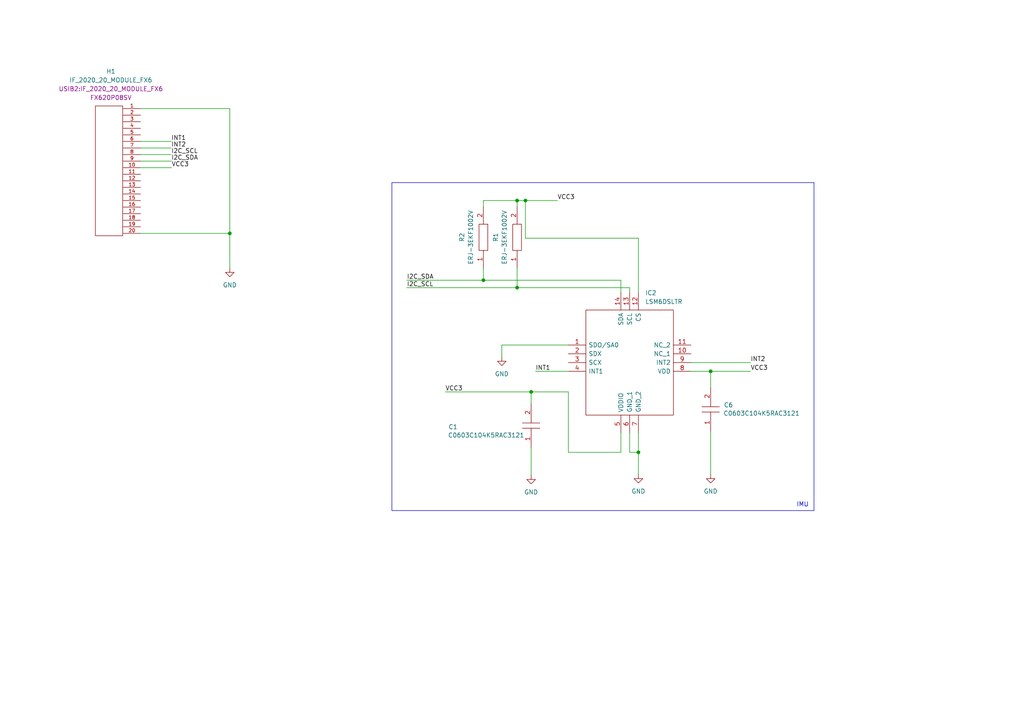
<source format=kicad_sch>
(kicad_sch (version 20230121) (generator eeschema)
  (paper "A4")
  (lib_symbols
    (symbol "SamacSys_Parts:C0603C104K5RAC3121" (pin_names (offset 0.762))
      (property "Reference" "C" (at 8.89 6.35 0))
      (property "Value" "C0603C104K5RAC3121" (at 8.89 3.81 0))
      (symbol "C0603C104K5RAC3121_0_0"
        (pin passive line (at 0 0 0) (length 5.08) (name "~") (number "1"))
        (pin passive line (at 12.7 0 180) (length 5.08) (name "~") (number "2"))
      )
      (symbol "C0603C104K5RAC3121_0_1"
        (polyline (pts (xy 5.08 0) (xy 5.588 0)) (stroke (width 0.1524)))
        (polyline (pts (xy 5.588 2.54) (xy 5.588 -2.54)) (stroke (width 0.1524)))
        (polyline (pts (xy 7.112 0) (xy 7.62 0)) (stroke (width 0.1524)))
        (polyline (pts (xy 7.112 2.54) (xy 7.112 -2.54)) (stroke (width 0.1524)))
      )
    )
    (symbol "SamacSys_Parts:ERJ-3EKF1002V" (pin_names (offset 0.762))
      (property "Reference" "R" (at 13.97 6.35 0))
      (property "Value" "ERJ-3EKF1002V" (at 13.97 3.81 0))
      (symbol "ERJ-3EKF1002V_0_0"
        (pin passive line (at 0 0 0) (length 5.08) (name "~") (number "1"))
        (pin passive line (at 17.78 0 180) (length 5.08) (name "~") (number "2"))
      )
      (symbol "ERJ-3EKF1002V_0_1"
        (polyline (pts (xy 5.08 1.27) (xy 12.7 1.27) (xy 12.7 -1.27) (xy 5.08 -1.27) (xy 5.08 1.27)) (stroke (width 0.1524)))
      )
    )
    (symbol "SamacSys_Parts:LSM6DSLTR" (pin_names (offset 0.762))
      (property "Reference" "IC" (at 31.75 15.24 0))
      (property "Value" "LSM6DSLTR" (at 31.75 12.7 0))
      (symbol "LSM6DSLTR_0_0"
        (pin passive line (at 0 0 0) (length 5.08) (name "SDO/SA0") (number "1"))
        (pin passive line (at 35.56 -2.54 180) (length 5.08) (name "NC_1") (number "10"))
        (pin passive line (at 35.56 0 180) (length 5.08) (name "NC_2") (number "11"))
        (pin passive line (at 20.32 15.24 270) (length 5.08) (name "CS") (number "12"))
        (pin passive line (at 17.78 15.24 270) (length 5.08) (name "SCL") (number "13"))
        (pin passive line (at 15.24 15.24 270) (length 5.08) (name "SDA") (number "14"))
        (pin passive line (at 0 -2.54 0) (length 5.08) (name "SDX") (number "2"))
        (pin passive line (at 0 -5.08 0) (length 5.08) (name "SCX") (number "3"))
        (pin passive line (at 0 -7.62 0) (length 5.08) (name "INT1") (number "4"))
        (pin passive line (at 15.24 -25.4 90) (length 5.08) (name "VDDIO") (number "5"))
        (pin passive line (at 17.78 -25.4 90) (length 5.08) (name "GND_1") (number "6"))
        (pin passive line (at 20.32 -25.4 90) (length 5.08) (name "GND_2") (number "7"))
        (pin passive line (at 35.56 -7.62 180) (length 5.08) (name "VDD") (number "8"))
        (pin passive line (at 35.56 -5.08 180) (length 5.08) (name "INT2") (number "9"))
      )
      (symbol "LSM6DSLTR_0_1"
        (polyline (pts (xy 5.08 10.16) (xy 30.48 10.16) (xy 30.48 -20.32) (xy 5.08 -20.32) (xy 5.08 10.16)) (stroke (width 0.1524)))
      )
    )
    (symbol "USIB2:IF_2020_20_MODULE_FX6"
      (property "Reference" "H" (at -20.5232 -7.2644 0))
      (property "Value" "IF_2020_20_MODULE_FX6" (at -9.144 -9.8552 0))
      (property "Footprint" "USIB2:IF_2020_20_MODULE_FX6" (at -6.096 -15.113 0))
      (property "Connector" "FX620P08SV" (at -15.113 -17.272 0))
      (symbol "IF_2020_20_MODULE_FX6_0_1"
        (rectangle (start -18.796 0) (end 18.8468 -7.9248))
      )
      (symbol "IF_2020_20_MODULE_FX6_1_1"
        (pin passive line (at -18.034 5.1816 270) (length 5) (name "") (number "1"))
        (pin passive line (at -0.889 5.1816 270) (length 5) (name "") (number "10"))
        (pin passive line (at 1.016 5.1816 270) (length 5) (name "") (number "11"))
        (pin passive line (at 2.921 5.1816 270) (length 5) (name "") (number "12"))
        (pin passive line (at 4.826 5.1816 270) (length 5) (name "") (number "13"))
        (pin passive line (at 6.731 5.1816 270) (length 5) (name "") (number "14"))
        (pin passive line (at 8.636 5.1816 270) (length 5) (name "") (number "15"))
        (pin passive line (at 10.541 5.1816 270) (length 5) (name "") (number "16"))
        (pin passive line (at 12.446 5.1816 270) (length 5) (name "") (number "17"))
        (pin passive line (at 14.351 5.1816 270) (length 5) (name "") (number "18"))
        (pin passive line (at 16.256 5.1816 270) (length 5) (name "") (number "19"))
        (pin passive line (at -16.129 5.1816 270) (length 5) (name "") (number "2"))
        (pin passive line (at 18.161 5.1816 270) (length 5) (name "") (number "20"))
        (pin passive line (at -14.224 5.1816 270) (length 5) (name "") (number "3"))
        (pin passive line (at -12.319 5.1816 270) (length 5) (name "") (number "4"))
        (pin passive line (at -10.414 5.1816 270) (length 5) (name "") (number "5"))
        (pin passive line (at -8.509 5.1816 270) (length 5) (name "") (number "6"))
        (pin passive line (at -6.604 5.1816 270) (length 5) (name "") (number "7"))
        (pin passive line (at -4.699 5.1816 270) (length 5) (name "") (number "8"))
        (pin passive line (at -2.794 5.1816 270) (length 5) (name "") (number "9"))
      )
    )
    (symbol "power:GND" (power) (pin_names (offset 0))
      (property "Value" "GND" (at 0 -3.81 0))
      (symbol "GND_0_1"
        (polyline (pts (xy 0 0) (xy 0 -1.27) (xy 1.27 -1.27) (xy 0 -2.54) (xy -1.27 -1.27) (xy 0 -1.27)))
      )
      (symbol "GND_1_1"
        (pin power_in line (at 0 0 270) (length 0) hide (name "GND") (number "1"))
      )
    )
  )
  (junction (at 206.121 107.696))
  (junction (at 152.4 58.166))
  (junction (at 149.987 83.439))
  (junction (at 185.166 131.191))
  (junction (at 154.051 113.665))
  (junction (at 140.208 81.28))
  (junction (at 66.6496 67.691))
  (junction (at 149.987 58.166))
  (wire (pts (xy 140.208 58.166) (xy 149.987 58.166)))
  (wire (pts (xy 200.406 105.156) (xy 217.678 105.156)))
  (wire (pts (xy 180.086 81.28) (xy 140.208 81.28)))
  (wire (pts (xy 164.846 113.665) (xy 164.846 131.191)))
  (wire (pts (xy 185.166 69.088) (xy 152.4 69.088)))
  (wire (pts (xy 129.159 113.665) (xy 154.051 113.665)))
  (wire (pts (xy 164.846 131.191) (xy 180.086 131.191)))
  (wire (pts (xy 145.542 100.076) (xy 145.542 103.505)))
  (wire (pts (xy 182.626 125.476) (xy 182.626 131.191)))
  (wire (pts (xy 206.121 125.095) (xy 206.121 137.541)))
  (wire (pts (xy 140.208 58.166) (xy 140.208 59.944)))
  (wire (pts (xy 180.086 84.836) (xy 180.086 81.28)))
  (wire (pts (xy 149.987 77.724) (xy 149.987 83.439)))
  (wire (pts (xy 140.208 81.28) (xy 117.983 81.28)))
  (wire (pts (xy 40.767 44.831) (xy 49.657 44.831)))
  (wire (pts (xy 40.767 67.691) (xy 66.6496 67.691)))
  (wire (pts (xy 66.6496 31.496) (xy 66.6496 67.691)))
  (wire (pts (xy 206.121 107.696) (xy 206.121 112.395)))
  (wire (pts (xy 40.767 46.736) (xy 49.657 46.736)))
  (wire (pts (xy 180.086 125.476) (xy 180.086 131.191)))
  (wire (pts (xy 182.626 131.191) (xy 185.166 131.191)))
  (wire (pts (xy 182.626 83.439) (xy 182.626 84.836)))
  (wire (pts (xy 164.846 100.076) (xy 145.542 100.076)))
  (wire (pts (xy 154.051 113.665) (xy 164.846 113.665)))
  (wire (pts (xy 66.7766 67.691) (xy 66.6496 67.691)))
  (wire (pts (xy 152.4 58.166) (xy 161.671 58.166)))
  (wire (pts (xy 182.626 83.439) (xy 149.987 83.439)))
  (wire (pts (xy 140.208 77.724) (xy 140.208 81.28)))
  (wire (pts (xy 200.406 107.696) (xy 206.121 107.696)))
  (wire (pts (xy 40.767 31.496) (xy 66.6496 31.496)))
  (wire (pts (xy 185.166 84.836) (xy 185.166 69.088)))
  (wire (pts (xy 185.166 131.191) (xy 185.166 137.541)))
  (wire (pts (xy 185.166 125.476) (xy 185.166 131.191)))
  (wire (pts (xy 40.767 48.641) (xy 49.7586 48.641)))
  (wire (pts (xy 154.051 113.665) (xy 154.051 117.094)))
  (wire (pts (xy 149.987 58.166) (xy 152.4 58.166)))
  (wire (pts (xy 152.4 69.088) (xy 152.4 58.166)))
  (wire (pts (xy 149.987 83.439) (xy 117.983 83.439)))
  (wire (pts (xy 40.767 42.926) (xy 49.657 42.926)))
  (wire (pts (xy 164.846 107.696) (xy 155.321 107.696)))
  (wire (pts (xy 66.6496 67.691) (xy 66.6496 77.724)))
  (wire (pts (xy 149.987 59.944) (xy 149.987 58.166)))
  (wire (pts (xy 154.051 129.794) (xy 154.051 137.795)))
  (wire (pts (xy 206.121 107.696) (xy 217.678 107.696)))
  (wire (pts (xy 40.767 41.021) (xy 49.657 41.021)))
  (rectangle (start 113.665 52.959) (end 236.093 148.082))
  (text "IMU" (at 231.013 147.193 0) (effects (font (size 1.27 1.27)) (justify left bottom)))
  (label "I2C_SDA" (at 117.983 81.28 0))
  (label "VCC3" (at 161.671 58.166 0))
  (label "VCC3" (at 129.159 113.665 0))
  (label "INT1" (at 155.321 107.696 0))
  (label "I2C_SDA" (at 49.657 46.736 0))
  (label "INT1" (at 49.657 41.021 0))
  (label "INT2" (at 49.657 42.926 0))
  (label "I2C_SCL" (at 117.983 83.439 0))
  (label "INT2" (at 217.678 105.156 0))
  (label "I2C_SCL" (at 49.657 44.831 0))
  (label "VCC3" (at 49.7586 48.641 0))
  (label "VCC3" (at 217.678 107.696 0))
  (symbol (lib_id "SamacSys_Parts:C0603C104K5RAC3121") (at 154.051 129.794 90) (unit 1)
    (property "Reference" "C1" (at 130.048 123.825 90) (effects (justify right)))
    (property "Value" "C0603C104K5RAC3121" (at 129.921 126.238 90) (effects (justify right)))
    (property "Footprint" "CAPC1608X95N" (effects hide))
    (property "Datasheet" "https://mouser.componentsearchengine.com/Datasheets/1/C0603C104K5RAC3121.pdf" (effects hide))
    (property "Description" "Multilayer Ceramic Capacitors MLCC - SMD/SMT 50V .1uF X7R 0603 10% AEC-Q200" (effects hide))
    (property "Height" "0.95" (effects hide))
    (property "Manufacturer_Name" "KEMET" (effects hide))
    (property "Manufacturer_Part_Number" "C0603C104K5RAC3121" (effects hide))
    (property "Mouser Part Number" "80-C603C104K5RAC3121" (effects hide))
    (property "Mouser Price/Stock" "https://www.mouser.co.uk/ProductDetail/KEMET/C0603C104K5RAC3121?qs=oBCMsStVSxe1EkGyoyETtg%3D%3D" (effects hide))
    (property "Arrow Part Number" "C0603C104K5RAC3121" (effects hide))
    (property "Arrow Price/Stock" "https://www.arrow.com/en/products/c0603c104k5rac3121/kemet-corporation?region=nac" (effects hide))
  )
  (symbol (lib_id "power:GND") (at 185.166 137.541 0) (unit 1)
    (property "Reference" "#PWR02" (effects hide))
    (property "Value" "GND" (at 185.166 142.494 0))
  )
  (symbol (lib_id "power:GND") (at 206.121 137.541 0) (unit 1)
    (property "Reference" "#PWR03" (effects hide))
    (property "Value" "GND" (at 206.121 142.494 0))
  )
  (symbol (lib_id "power:GND") (at 154.051 137.795 0) (unit 1)
    (property "Reference" "#PWR04" (effects hide))
    (property "Value" "GND" (at 154.051 142.748 0))
  )
  (symbol (lib_id "USIB2:IF_2020_20_MODULE_FX6") (at 35.5854 49.53 270) (unit 1)
    (property "Reference" "H1" (at 32.1564 20.701 90))
    (property "Value" "IF_2020_20_MODULE_FX6" (at 32.1564 23.241 90))
    (property "Footprint" "USIB2:IF_2020_20_MODULE_FX6" (at 32.1564 25.781 90))
    (property "Datasheet" "https://eu.mouser.com/datasheet/2/185/FX6_Catalog_D49674_en-2585892.pdf" (effects hide))
    (property "Connector" "FX620P08SV" (at 32.1564 28.321 90))
  )
  (symbol (lib_id "power:GND") (at 145.542 103.505 0) (unit 1)
    (property "Reference" "#PWR05" (effects hide))
    (property "Value" "GND" (at 145.542 108.458 0))
  )
  (symbol (lib_id "SamacSys_Parts:LSM6DSLTR") (at 164.846 100.076 0) (unit 1)
    (property "Reference" "IC2" (at 187.1219 84.963 0) (effects (justify left)))
    (property "Value" "LSM6DSLTR" (at 187.1219 87.503 0) (effects (justify left)))
    (property "Footprint" "LSM6DSLTR" (effects hide))
    (property "Datasheet" "https://www.st.com/resource/en/datasheet/lsm6dsl.pdf" (effects hide))
    (property "Description" "IMUs - Inertial Measurement Units CONSUMER MEMS" (effects hide))
    (property "Height" "0.86" (effects hide))
    (property "Manufacturer_Name" "STMicroelectronics" (effects hide))
    (property "Manufacturer_Part_Number" "LSM6DSLTR" (effects hide))
    (property "Mouser Part Number" "511-LSM6DSLTR" (effects hide))
    (property "Mouser Price/Stock" "https://www.mouser.co.uk/ProductDetail/STMicroelectronics/LSM6DSLTR?qs=dTJS0cRn7oit9g7CgtPlyQ%3D%3D" (effects hide))
    (property "Arrow Part Number" "LSM6DSLTR" (effects hide))
    (property "Arrow Price/Stock" "https://www.arrow.com/en/products/lsm6dsltr/stmicroelectronics?region=nac" (effects hide))
  )
  (symbol (lib_id "SamacSys_Parts:C0603C104K5RAC3121") (at 206.121 125.095 90) (unit 1)
    (property "Reference" "C6" (at 209.931 117.475 90) (effects (justify right)))
    (property "Value" "C0603C104K5RAC3121" (at 209.804 119.888 90) (effects (justify right)))
    (property "Footprint" "CAPC1608X95N" (effects hide))
    (property "Datasheet" "https://mouser.componentsearchengine.com/Datasheets/1/C0603C104K5RAC3121.pdf" (effects hide))
    (property "Description" "Multilayer Ceramic Capacitors MLCC - SMD/SMT 50V .1uF X7R 0603 10% AEC-Q200" (effects hide))
    (property "Height" "0.95" (effects hide))
    (property "Manufacturer_Name" "KEMET" (effects hide))
    (property "Manufacturer_Part_Number" "C0603C104K5RAC3121" (effects hide))
    (property "Mouser Part Number" "80-C603C104K5RAC3121" (effects hide))
    (property "Mouser Price/Stock" "https://www.mouser.co.uk/ProductDetail/KEMET/C0603C104K5RAC3121?qs=oBCMsStVSxe1EkGyoyETtg%3D%3D" (effects hide))
    (property "Arrow Part Number" "C0603C104K5RAC3121" (effects hide))
    (property "Arrow Price/Stock" "https://www.arrow.com/en/products/c0603c104k5rac3121/kemet-corporation?region=nac" (effects hide))
  )
  (symbol (lib_id "SamacSys_Parts:ERJ-3EKF1002V") (at 149.987 77.724 90) (unit 1)
    (property "Reference" "R1" (at 143.764 68.834 0))
    (property "Value" "ERJ-3EKF1002V" (at 146.304 68.834 0))
    (property "Footprint" "ERJ3EK_(0603)" (effects hide))
    (property "Datasheet" "https://industrial.panasonic.com/cdbs/www-data/pdf/RDA0000/AOA0000C304.pdf" (effects hide))
    (property "Description" "Thick Film Resistors - SMD 0603 10Kohms 1% AEC-Q200" (effects hide))
    (property "Height" "0.55" (effects hide))
    (property "Manufacturer_Name" "Panasonic" (effects hide))
    (property "Manufacturer_Part_Number" "ERJ-3EKF1002V" (effects hide))
    (property "Mouser Part Number" "667-ERJ-3EKF1002V" (effects hide))
    (property "Mouser Price/Stock" "https://www.mouser.co.uk/ProductDetail/Panasonic/ERJ-3EKF1002V?qs=H7k1u0Mp9JSrGPQ5%2F5COuw%3D%3D" (effects hide))
    (property "Arrow Part Number" "ERJ-3EKF1002V" (effects hide))
    (property "Arrow Price/Stock" "https://www.arrow.com/en/products/erj-3ekf1002v/panasonic?region=nac" (effects hide))
  )
  (symbol (lib_id "SamacSys_Parts:ERJ-3EKF1002V") (at 140.208 77.724 90) (unit 1)
    (property "Reference" "R2" (at 133.985 68.834 0))
    (property "Value" "ERJ-3EKF1002V" (at 136.525 68.834 0))
    (property "Footprint" "ERJ3EK_(0603)" (effects hide))
    (property "Datasheet" "https://industrial.panasonic.com/cdbs/www-data/pdf/RDA0000/AOA0000C304.pdf" (effects hide))
    (property "Description" "Thick Film Resistors - SMD 0603 10Kohms 1% AEC-Q200" (effects hide))
    (property "Height" "0.55" (effects hide))
    (property "Manufacturer_Name" "Panasonic" (effects hide))
    (property "Manufacturer_Part_Number" "ERJ-3EKF1002V" (effects hide))
    (property "Mouser Part Number" "667-ERJ-3EKF1002V" (effects hide))
    (property "Mouser Price/Stock" "https://www.mouser.co.uk/ProductDetail/Panasonic/ERJ-3EKF1002V?qs=H7k1u0Mp9JSrGPQ5%2F5COuw%3D%3D" (effects hide))
    (property "Arrow Part Number" "ERJ-3EKF1002V" (effects hide))
    (property "Arrow Price/Stock" "https://www.arrow.com/en/products/erj-3ekf1002v/panasonic?region=nac" (effects hide))
  )
  (symbol (lib_id "power:GND") (at 66.6496 77.724 0) (unit 1)
    (property "Reference" "#PWR01" (effects hide))
    (property "Value" "GND" (at 66.6496 82.677 0))
  )
)
</source>
